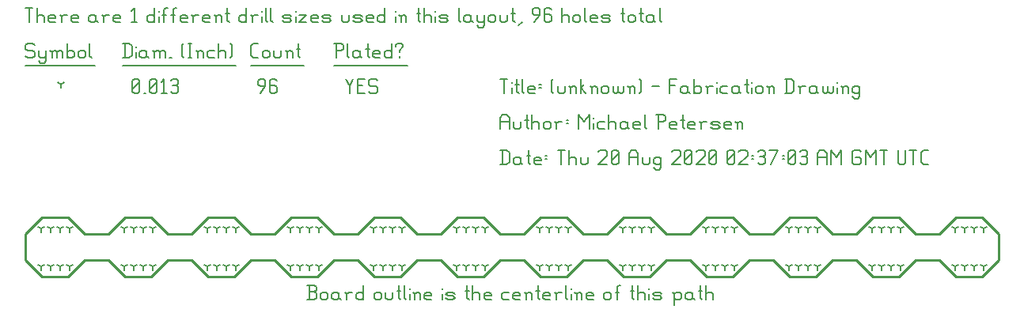
<source format=gbr>
G04 start of page 12 for group -3984 idx -3984 *
G04 Title: (unknown), fab *
G04 Creator: pcb 20140316 *
G04 CreationDate: Thu 20 Aug 2020 02:37:03 AM GMT UTC *
G04 For: railfan *
G04 Format: Gerber/RS-274X *
G04 PCB-Dimensions (mil): 4100.00 250.00 *
G04 PCB-Coordinate-Origin: lower left *
%MOIN*%
%FSLAX25Y25*%
%LNFAB*%
%ADD32C,0.0100*%
%ADD31C,0.0075*%
%ADD30C,0.0060*%
%ADD29C,0.0080*%
G54D29*X6500Y20500D02*Y18900D01*
Y20500D02*X7887Y21300D01*
X6500Y20500D02*X5113Y21300D01*
X10500Y20500D02*Y18900D01*
Y20500D02*X11887Y21300D01*
X10500Y20500D02*X9113Y21300D01*
X14500Y20500D02*Y18900D01*
Y20500D02*X15887Y21300D01*
X14500Y20500D02*X13113Y21300D01*
X18500Y20500D02*Y18900D01*
Y20500D02*X19887Y21300D01*
X18500Y20500D02*X17113Y21300D01*
X6500Y4500D02*Y2900D01*
Y4500D02*X7887Y5300D01*
X6500Y4500D02*X5113Y5300D01*
X10500Y4500D02*Y2900D01*
Y4500D02*X11887Y5300D01*
X10500Y4500D02*X9113Y5300D01*
X14500Y4500D02*Y2900D01*
Y4500D02*X15887Y5300D01*
X14500Y4500D02*X13113Y5300D01*
X18500Y4500D02*Y2900D01*
Y4500D02*X19887Y5300D01*
X18500Y4500D02*X17113Y5300D01*
X41500Y20500D02*Y18900D01*
Y20500D02*X42887Y21300D01*
X41500Y20500D02*X40113Y21300D01*
X45500Y20500D02*Y18900D01*
Y20500D02*X46887Y21300D01*
X45500Y20500D02*X44113Y21300D01*
X49500Y20500D02*Y18900D01*
Y20500D02*X50887Y21300D01*
X49500Y20500D02*X48113Y21300D01*
X53500Y20500D02*Y18900D01*
Y20500D02*X54887Y21300D01*
X53500Y20500D02*X52113Y21300D01*
X41500Y4500D02*Y2900D01*
Y4500D02*X42887Y5300D01*
X41500Y4500D02*X40113Y5300D01*
X45500Y4500D02*Y2900D01*
Y4500D02*X46887Y5300D01*
X45500Y4500D02*X44113Y5300D01*
X49500Y4500D02*Y2900D01*
Y4500D02*X50887Y5300D01*
X49500Y4500D02*X48113Y5300D01*
X53500Y4500D02*Y2900D01*
Y4500D02*X54887Y5300D01*
X53500Y4500D02*X52113Y5300D01*
X76500Y20500D02*Y18900D01*
Y20500D02*X77887Y21300D01*
X76500Y20500D02*X75113Y21300D01*
X80500Y20500D02*Y18900D01*
Y20500D02*X81887Y21300D01*
X80500Y20500D02*X79113Y21300D01*
X84500Y20500D02*Y18900D01*
Y20500D02*X85887Y21300D01*
X84500Y20500D02*X83113Y21300D01*
X88500Y20500D02*Y18900D01*
Y20500D02*X89887Y21300D01*
X88500Y20500D02*X87113Y21300D01*
X76500Y4500D02*Y2900D01*
Y4500D02*X77887Y5300D01*
X76500Y4500D02*X75113Y5300D01*
X80500Y4500D02*Y2900D01*
Y4500D02*X81887Y5300D01*
X80500Y4500D02*X79113Y5300D01*
X84500Y4500D02*Y2900D01*
Y4500D02*X85887Y5300D01*
X84500Y4500D02*X83113Y5300D01*
X88500Y4500D02*Y2900D01*
Y4500D02*X89887Y5300D01*
X88500Y4500D02*X87113Y5300D01*
X111500Y20500D02*Y18900D01*
Y20500D02*X112887Y21300D01*
X111500Y20500D02*X110113Y21300D01*
X115500Y20500D02*Y18900D01*
Y20500D02*X116887Y21300D01*
X115500Y20500D02*X114113Y21300D01*
X119500Y20500D02*Y18900D01*
Y20500D02*X120887Y21300D01*
X119500Y20500D02*X118113Y21300D01*
X123500Y20500D02*Y18900D01*
Y20500D02*X124887Y21300D01*
X123500Y20500D02*X122113Y21300D01*
X111500Y4500D02*Y2900D01*
Y4500D02*X112887Y5300D01*
X111500Y4500D02*X110113Y5300D01*
X115500Y4500D02*Y2900D01*
Y4500D02*X116887Y5300D01*
X115500Y4500D02*X114113Y5300D01*
X119500Y4500D02*Y2900D01*
Y4500D02*X120887Y5300D01*
X119500Y4500D02*X118113Y5300D01*
X123500Y4500D02*Y2900D01*
Y4500D02*X124887Y5300D01*
X123500Y4500D02*X122113Y5300D01*
X146500Y20500D02*Y18900D01*
Y20500D02*X147887Y21300D01*
X146500Y20500D02*X145113Y21300D01*
X150500Y20500D02*Y18900D01*
Y20500D02*X151887Y21300D01*
X150500Y20500D02*X149113Y21300D01*
X154500Y20500D02*Y18900D01*
Y20500D02*X155887Y21300D01*
X154500Y20500D02*X153113Y21300D01*
X158500Y20500D02*Y18900D01*
Y20500D02*X159887Y21300D01*
X158500Y20500D02*X157113Y21300D01*
X146500Y4500D02*Y2900D01*
Y4500D02*X147887Y5300D01*
X146500Y4500D02*X145113Y5300D01*
X150500Y4500D02*Y2900D01*
Y4500D02*X151887Y5300D01*
X150500Y4500D02*X149113Y5300D01*
X154500Y4500D02*Y2900D01*
Y4500D02*X155887Y5300D01*
X154500Y4500D02*X153113Y5300D01*
X158500Y4500D02*Y2900D01*
Y4500D02*X159887Y5300D01*
X158500Y4500D02*X157113Y5300D01*
X181500Y20500D02*Y18900D01*
Y20500D02*X182887Y21300D01*
X181500Y20500D02*X180113Y21300D01*
X185500Y20500D02*Y18900D01*
Y20500D02*X186887Y21300D01*
X185500Y20500D02*X184113Y21300D01*
X189500Y20500D02*Y18900D01*
Y20500D02*X190887Y21300D01*
X189500Y20500D02*X188113Y21300D01*
X193500Y20500D02*Y18900D01*
Y20500D02*X194887Y21300D01*
X193500Y20500D02*X192113Y21300D01*
X181500Y4500D02*Y2900D01*
Y4500D02*X182887Y5300D01*
X181500Y4500D02*X180113Y5300D01*
X185500Y4500D02*Y2900D01*
Y4500D02*X186887Y5300D01*
X185500Y4500D02*X184113Y5300D01*
X189500Y4500D02*Y2900D01*
Y4500D02*X190887Y5300D01*
X189500Y4500D02*X188113Y5300D01*
X193500Y4500D02*Y2900D01*
Y4500D02*X194887Y5300D01*
X193500Y4500D02*X192113Y5300D01*
X216500Y20500D02*Y18900D01*
Y20500D02*X217887Y21300D01*
X216500Y20500D02*X215113Y21300D01*
X220500Y20500D02*Y18900D01*
Y20500D02*X221887Y21300D01*
X220500Y20500D02*X219113Y21300D01*
X224500Y20500D02*Y18900D01*
Y20500D02*X225887Y21300D01*
X224500Y20500D02*X223113Y21300D01*
X228500Y20500D02*Y18900D01*
Y20500D02*X229887Y21300D01*
X228500Y20500D02*X227113Y21300D01*
X216500Y4500D02*Y2900D01*
Y4500D02*X217887Y5300D01*
X216500Y4500D02*X215113Y5300D01*
X220500Y4500D02*Y2900D01*
Y4500D02*X221887Y5300D01*
X220500Y4500D02*X219113Y5300D01*
X224500Y4500D02*Y2900D01*
Y4500D02*X225887Y5300D01*
X224500Y4500D02*X223113Y5300D01*
X228500Y4500D02*Y2900D01*
Y4500D02*X229887Y5300D01*
X228500Y4500D02*X227113Y5300D01*
X251500Y20500D02*Y18900D01*
Y20500D02*X252887Y21300D01*
X251500Y20500D02*X250113Y21300D01*
X255500Y20500D02*Y18900D01*
Y20500D02*X256887Y21300D01*
X255500Y20500D02*X254113Y21300D01*
X259500Y20500D02*Y18900D01*
Y20500D02*X260887Y21300D01*
X259500Y20500D02*X258113Y21300D01*
X263500Y20500D02*Y18900D01*
Y20500D02*X264887Y21300D01*
X263500Y20500D02*X262113Y21300D01*
X251500Y4500D02*Y2900D01*
Y4500D02*X252887Y5300D01*
X251500Y4500D02*X250113Y5300D01*
X255500Y4500D02*Y2900D01*
Y4500D02*X256887Y5300D01*
X255500Y4500D02*X254113Y5300D01*
X259500Y4500D02*Y2900D01*
Y4500D02*X260887Y5300D01*
X259500Y4500D02*X258113Y5300D01*
X263500Y4500D02*Y2900D01*
Y4500D02*X264887Y5300D01*
X263500Y4500D02*X262113Y5300D01*
X286500Y20500D02*Y18900D01*
Y20500D02*X287887Y21300D01*
X286500Y20500D02*X285113Y21300D01*
X290500Y20500D02*Y18900D01*
Y20500D02*X291887Y21300D01*
X290500Y20500D02*X289113Y21300D01*
X294500Y20500D02*Y18900D01*
Y20500D02*X295887Y21300D01*
X294500Y20500D02*X293113Y21300D01*
X298500Y20500D02*Y18900D01*
Y20500D02*X299887Y21300D01*
X298500Y20500D02*X297113Y21300D01*
X286500Y4500D02*Y2900D01*
Y4500D02*X287887Y5300D01*
X286500Y4500D02*X285113Y5300D01*
X290500Y4500D02*Y2900D01*
Y4500D02*X291887Y5300D01*
X290500Y4500D02*X289113Y5300D01*
X294500Y4500D02*Y2900D01*
Y4500D02*X295887Y5300D01*
X294500Y4500D02*X293113Y5300D01*
X298500Y4500D02*Y2900D01*
Y4500D02*X299887Y5300D01*
X298500Y4500D02*X297113Y5300D01*
X321500Y20500D02*Y18900D01*
Y20500D02*X322887Y21300D01*
X321500Y20500D02*X320113Y21300D01*
X325500Y20500D02*Y18900D01*
Y20500D02*X326887Y21300D01*
X325500Y20500D02*X324113Y21300D01*
X329500Y20500D02*Y18900D01*
Y20500D02*X330887Y21300D01*
X329500Y20500D02*X328113Y21300D01*
X333500Y20500D02*Y18900D01*
Y20500D02*X334887Y21300D01*
X333500Y20500D02*X332113Y21300D01*
X321500Y4500D02*Y2900D01*
Y4500D02*X322887Y5300D01*
X321500Y4500D02*X320113Y5300D01*
X325500Y4500D02*Y2900D01*
Y4500D02*X326887Y5300D01*
X325500Y4500D02*X324113Y5300D01*
X329500Y4500D02*Y2900D01*
Y4500D02*X330887Y5300D01*
X329500Y4500D02*X328113Y5300D01*
X333500Y4500D02*Y2900D01*
Y4500D02*X334887Y5300D01*
X333500Y4500D02*X332113Y5300D01*
X356500Y20500D02*Y18900D01*
Y20500D02*X357887Y21300D01*
X356500Y20500D02*X355113Y21300D01*
X360500Y20500D02*Y18900D01*
Y20500D02*X361887Y21300D01*
X360500Y20500D02*X359113Y21300D01*
X364500Y20500D02*Y18900D01*
Y20500D02*X365887Y21300D01*
X364500Y20500D02*X363113Y21300D01*
X368500Y20500D02*Y18900D01*
Y20500D02*X369887Y21300D01*
X368500Y20500D02*X367113Y21300D01*
X356500Y4500D02*Y2900D01*
Y4500D02*X357887Y5300D01*
X356500Y4500D02*X355113Y5300D01*
X360500Y4500D02*Y2900D01*
Y4500D02*X361887Y5300D01*
X360500Y4500D02*X359113Y5300D01*
X364500Y4500D02*Y2900D01*
Y4500D02*X365887Y5300D01*
X364500Y4500D02*X363113Y5300D01*
X368500Y4500D02*Y2900D01*
Y4500D02*X369887Y5300D01*
X368500Y4500D02*X367113Y5300D01*
X391500Y20500D02*Y18900D01*
Y20500D02*X392887Y21300D01*
X391500Y20500D02*X390113Y21300D01*
X395500Y20500D02*Y18900D01*
Y20500D02*X396887Y21300D01*
X395500Y20500D02*X394113Y21300D01*
X399500Y20500D02*Y18900D01*
Y20500D02*X400887Y21300D01*
X399500Y20500D02*X398113Y21300D01*
X403500Y20500D02*Y18900D01*
Y20500D02*X404887Y21300D01*
X403500Y20500D02*X402113Y21300D01*
X391500Y4500D02*Y2900D01*
Y4500D02*X392887Y5300D01*
X391500Y4500D02*X390113Y5300D01*
X395500Y4500D02*Y2900D01*
Y4500D02*X396887Y5300D01*
X395500Y4500D02*X394113Y5300D01*
X399500Y4500D02*Y2900D01*
Y4500D02*X400887Y5300D01*
X399500Y4500D02*X398113Y5300D01*
X403500Y4500D02*Y2900D01*
Y4500D02*X404887Y5300D01*
X403500Y4500D02*X402113Y5300D01*
X15000Y81250D02*Y79650D01*
Y81250D02*X16387Y82050D01*
X15000Y81250D02*X13613Y82050D01*
G54D30*X135000Y83500D02*X136500Y80500D01*
X138000Y83500D01*
X136500Y80500D02*Y77500D01*
X139800Y80800D02*X142050D01*
X139800Y77500D02*X142800D01*
X139800Y83500D02*Y77500D01*
Y83500D02*X142800D01*
X147600D02*X148350Y82750D01*
X145350Y83500D02*X147600D01*
X144600Y82750D02*X145350Y83500D01*
X144600Y82750D02*Y81250D01*
X145350Y80500D01*
X147600D01*
X148350Y79750D01*
Y78250D01*
X147600Y77500D02*X148350Y78250D01*
X145350Y77500D02*X147600D01*
X144600Y78250D02*X145350Y77500D01*
X98750D02*X101000Y80500D01*
Y82750D02*Y80500D01*
X100250Y83500D02*X101000Y82750D01*
X98750Y83500D02*X100250D01*
X98000Y82750D02*X98750Y83500D01*
X98000Y82750D02*Y81250D01*
X98750Y80500D01*
X101000D01*
X105050Y83500D02*X105800Y82750D01*
X103550Y83500D02*X105050D01*
X102800Y82750D02*X103550Y83500D01*
X102800Y82750D02*Y78250D01*
X103550Y77500D01*
X105050Y80800D02*X105800Y80050D01*
X102800Y80800D02*X105050D01*
X103550Y77500D02*X105050D01*
X105800Y78250D01*
Y80050D02*Y78250D01*
X45000D02*X45750Y77500D01*
X45000Y82750D02*Y78250D01*
Y82750D02*X45750Y83500D01*
X47250D01*
X48000Y82750D01*
Y78250D01*
X47250Y77500D02*X48000Y78250D01*
X45750Y77500D02*X47250D01*
X45000Y79000D02*X48000Y82000D01*
X49800Y77500D02*X50550D01*
X52350Y78250D02*X53100Y77500D01*
X52350Y82750D02*Y78250D01*
Y82750D02*X53100Y83500D01*
X54600D01*
X55350Y82750D01*
Y78250D01*
X54600Y77500D02*X55350Y78250D01*
X53100Y77500D02*X54600D01*
X52350Y79000D02*X55350Y82000D01*
X57150Y82300D02*X58350Y83500D01*
Y77500D01*
X57150D02*X59400D01*
X61200Y82750D02*X61950Y83500D01*
X63450D01*
X64200Y82750D01*
X63450Y77500D02*X64200Y78250D01*
X61950Y77500D02*X63450D01*
X61200Y78250D02*X61950Y77500D01*
Y80800D02*X63450D01*
X64200Y82750D02*Y81550D01*
Y80050D02*Y78250D01*
Y80050D02*X63450Y80800D01*
X64200Y81550D02*X63450Y80800D01*
X3000Y98500D02*X3750Y97750D01*
X750Y98500D02*X3000D01*
X0Y97750D02*X750Y98500D01*
X0Y97750D02*Y96250D01*
X750Y95500D01*
X3000D01*
X3750Y94750D01*
Y93250D01*
X3000Y92500D02*X3750Y93250D01*
X750Y92500D02*X3000D01*
X0Y93250D02*X750Y92500D01*
X5550Y95500D02*Y93250D01*
X6300Y92500D01*
X8550Y95500D02*Y91000D01*
X7800Y90250D02*X8550Y91000D01*
X6300Y90250D02*X7800D01*
X5550Y91000D02*X6300Y90250D01*
Y92500D02*X7800D01*
X8550Y93250D01*
X11100Y94750D02*Y92500D01*
Y94750D02*X11850Y95500D01*
X12600D01*
X13350Y94750D01*
Y92500D01*
Y94750D02*X14100Y95500D01*
X14850D01*
X15600Y94750D01*
Y92500D01*
X10350Y95500D02*X11100Y94750D01*
X17400Y98500D02*Y92500D01*
Y93250D02*X18150Y92500D01*
X19650D01*
X20400Y93250D01*
Y94750D02*Y93250D01*
X19650Y95500D02*X20400Y94750D01*
X18150Y95500D02*X19650D01*
X17400Y94750D02*X18150Y95500D01*
X22200Y94750D02*Y93250D01*
Y94750D02*X22950Y95500D01*
X24450D01*
X25200Y94750D01*
Y93250D01*
X24450Y92500D02*X25200Y93250D01*
X22950Y92500D02*X24450D01*
X22200Y93250D02*X22950Y92500D01*
X27000Y98500D02*Y93250D01*
X27750Y92500D01*
X0Y89250D02*X29250D01*
X41750Y98500D02*Y92500D01*
X43700Y98500D02*X44750Y97450D01*
Y93550D01*
X43700Y92500D02*X44750Y93550D01*
X41000Y92500D02*X43700D01*
X41000Y98500D02*X43700D01*
G54D31*X46550Y97000D02*Y96850D01*
G54D30*Y94750D02*Y92500D01*
X50300Y95500D02*X51050Y94750D01*
X48800Y95500D02*X50300D01*
X48050Y94750D02*X48800Y95500D01*
X48050Y94750D02*Y93250D01*
X48800Y92500D01*
X51050Y95500D02*Y93250D01*
X51800Y92500D01*
X48800D02*X50300D01*
X51050Y93250D01*
X54350Y94750D02*Y92500D01*
Y94750D02*X55100Y95500D01*
X55850D01*
X56600Y94750D01*
Y92500D01*
Y94750D02*X57350Y95500D01*
X58100D01*
X58850Y94750D01*
Y92500D01*
X53600Y95500D02*X54350Y94750D01*
X60650Y92500D02*X61400D01*
X65900Y93250D02*X66650Y92500D01*
X65900Y97750D02*X66650Y98500D01*
X65900Y97750D02*Y93250D01*
X68450Y98500D02*X69950D01*
X69200D02*Y92500D01*
X68450D02*X69950D01*
X72500Y94750D02*Y92500D01*
Y94750D02*X73250Y95500D01*
X74000D01*
X74750Y94750D01*
Y92500D01*
X71750Y95500D02*X72500Y94750D01*
X77300Y95500D02*X79550D01*
X76550Y94750D02*X77300Y95500D01*
X76550Y94750D02*Y93250D01*
X77300Y92500D01*
X79550D01*
X81350Y98500D02*Y92500D01*
Y94750D02*X82100Y95500D01*
X83600D01*
X84350Y94750D01*
Y92500D01*
X86150Y98500D02*X86900Y97750D01*
Y93250D01*
X86150Y92500D02*X86900Y93250D01*
X41000Y89250D02*X88700D01*
X96050Y92500D02*X98000D01*
X95000Y93550D02*X96050Y92500D01*
X95000Y97450D02*Y93550D01*
Y97450D02*X96050Y98500D01*
X98000D01*
X99800Y94750D02*Y93250D01*
Y94750D02*X100550Y95500D01*
X102050D01*
X102800Y94750D01*
Y93250D01*
X102050Y92500D02*X102800Y93250D01*
X100550Y92500D02*X102050D01*
X99800Y93250D02*X100550Y92500D01*
X104600Y95500D02*Y93250D01*
X105350Y92500D01*
X106850D01*
X107600Y93250D01*
Y95500D02*Y93250D01*
X110150Y94750D02*Y92500D01*
Y94750D02*X110900Y95500D01*
X111650D01*
X112400Y94750D01*
Y92500D01*
X109400Y95500D02*X110150Y94750D01*
X114950Y98500D02*Y93250D01*
X115700Y92500D01*
X114200Y96250D02*X115700D01*
X95000Y89250D02*X117200D01*
X130750Y98500D02*Y92500D01*
X130000Y98500D02*X133000D01*
X133750Y97750D01*
Y96250D01*
X133000Y95500D02*X133750Y96250D01*
X130750Y95500D02*X133000D01*
X135550Y98500D02*Y93250D01*
X136300Y92500D01*
X140050Y95500D02*X140800Y94750D01*
X138550Y95500D02*X140050D01*
X137800Y94750D02*X138550Y95500D01*
X137800Y94750D02*Y93250D01*
X138550Y92500D01*
X140800Y95500D02*Y93250D01*
X141550Y92500D01*
X138550D02*X140050D01*
X140800Y93250D01*
X144100Y98500D02*Y93250D01*
X144850Y92500D01*
X143350Y96250D02*X144850D01*
X147100Y92500D02*X149350D01*
X146350Y93250D02*X147100Y92500D01*
X146350Y94750D02*Y93250D01*
Y94750D02*X147100Y95500D01*
X148600D01*
X149350Y94750D01*
X146350Y94000D02*X149350D01*
Y94750D02*Y94000D01*
X154150Y98500D02*Y92500D01*
X153400D02*X154150Y93250D01*
X151900Y92500D02*X153400D01*
X151150Y93250D02*X151900Y92500D01*
X151150Y94750D02*Y93250D01*
Y94750D02*X151900Y95500D01*
X153400D01*
X154150Y94750D01*
X157450Y95500D02*Y94750D01*
Y93250D02*Y92500D01*
X155950Y97750D02*Y97000D01*
Y97750D02*X156700Y98500D01*
X158200D01*
X158950Y97750D01*
Y97000D01*
X157450Y95500D02*X158950Y97000D01*
X130000Y89250D02*X160750D01*
X0Y113500D02*X3000D01*
X1500D02*Y107500D01*
X4800Y113500D02*Y107500D01*
Y109750D02*X5550Y110500D01*
X7050D01*
X7800Y109750D01*
Y107500D01*
X10350D02*X12600D01*
X9600Y108250D02*X10350Y107500D01*
X9600Y109750D02*Y108250D01*
Y109750D02*X10350Y110500D01*
X11850D01*
X12600Y109750D01*
X9600Y109000D02*X12600D01*
Y109750D02*Y109000D01*
X15150Y109750D02*Y107500D01*
Y109750D02*X15900Y110500D01*
X17400D01*
X14400D02*X15150Y109750D01*
X19950Y107500D02*X22200D01*
X19200Y108250D02*X19950Y107500D01*
X19200Y109750D02*Y108250D01*
Y109750D02*X19950Y110500D01*
X21450D01*
X22200Y109750D01*
X19200Y109000D02*X22200D01*
Y109750D02*Y109000D01*
X28950Y110500D02*X29700Y109750D01*
X27450Y110500D02*X28950D01*
X26700Y109750D02*X27450Y110500D01*
X26700Y109750D02*Y108250D01*
X27450Y107500D01*
X29700Y110500D02*Y108250D01*
X30450Y107500D01*
X27450D02*X28950D01*
X29700Y108250D01*
X33000Y109750D02*Y107500D01*
Y109750D02*X33750Y110500D01*
X35250D01*
X32250D02*X33000Y109750D01*
X37800Y107500D02*X40050D01*
X37050Y108250D02*X37800Y107500D01*
X37050Y109750D02*Y108250D01*
Y109750D02*X37800Y110500D01*
X39300D01*
X40050Y109750D01*
X37050Y109000D02*X40050D01*
Y109750D02*Y109000D01*
X44550Y112300D02*X45750Y113500D01*
Y107500D01*
X44550D02*X46800D01*
X54300Y113500D02*Y107500D01*
X53550D02*X54300Y108250D01*
X52050Y107500D02*X53550D01*
X51300Y108250D02*X52050Y107500D01*
X51300Y109750D02*Y108250D01*
Y109750D02*X52050Y110500D01*
X53550D01*
X54300Y109750D01*
G54D31*X56100Y112000D02*Y111850D01*
G54D30*Y109750D02*Y107500D01*
X58350Y112750D02*Y107500D01*
Y112750D02*X59100Y113500D01*
X59850D01*
X57600Y110500D02*X59100D01*
X62100Y112750D02*Y107500D01*
Y112750D02*X62850Y113500D01*
X63600D01*
X61350Y110500D02*X62850D01*
X65850Y107500D02*X68100D01*
X65100Y108250D02*X65850Y107500D01*
X65100Y109750D02*Y108250D01*
Y109750D02*X65850Y110500D01*
X67350D01*
X68100Y109750D01*
X65100Y109000D02*X68100D01*
Y109750D02*Y109000D01*
X70650Y109750D02*Y107500D01*
Y109750D02*X71400Y110500D01*
X72900D01*
X69900D02*X70650Y109750D01*
X75450Y107500D02*X77700D01*
X74700Y108250D02*X75450Y107500D01*
X74700Y109750D02*Y108250D01*
Y109750D02*X75450Y110500D01*
X76950D01*
X77700Y109750D01*
X74700Y109000D02*X77700D01*
Y109750D02*Y109000D01*
X80250Y109750D02*Y107500D01*
Y109750D02*X81000Y110500D01*
X81750D01*
X82500Y109750D01*
Y107500D01*
X79500Y110500D02*X80250Y109750D01*
X85050Y113500D02*Y108250D01*
X85800Y107500D01*
X84300Y111250D02*X85800D01*
X93000Y113500D02*Y107500D01*
X92250D02*X93000Y108250D01*
X90750Y107500D02*X92250D01*
X90000Y108250D02*X90750Y107500D01*
X90000Y109750D02*Y108250D01*
Y109750D02*X90750Y110500D01*
X92250D01*
X93000Y109750D01*
X95550D02*Y107500D01*
Y109750D02*X96300Y110500D01*
X97800D01*
X94800D02*X95550Y109750D01*
G54D31*X99600Y112000D02*Y111850D01*
G54D30*Y109750D02*Y107500D01*
X101100Y113500D02*Y108250D01*
X101850Y107500D01*
X103350Y113500D02*Y108250D01*
X104100Y107500D01*
X109050D02*X111300D01*
X112050Y108250D01*
X111300Y109000D02*X112050Y108250D01*
X109050Y109000D02*X111300D01*
X108300Y109750D02*X109050Y109000D01*
X108300Y109750D02*X109050Y110500D01*
X111300D01*
X112050Y109750D01*
X108300Y108250D02*X109050Y107500D01*
G54D31*X113850Y112000D02*Y111850D01*
G54D30*Y109750D02*Y107500D01*
X115350Y110500D02*X118350D01*
X115350Y107500D02*X118350Y110500D01*
X115350Y107500D02*X118350D01*
X120900D02*X123150D01*
X120150Y108250D02*X120900Y107500D01*
X120150Y109750D02*Y108250D01*
Y109750D02*X120900Y110500D01*
X122400D01*
X123150Y109750D01*
X120150Y109000D02*X123150D01*
Y109750D02*Y109000D01*
X125700Y107500D02*X127950D01*
X128700Y108250D01*
X127950Y109000D02*X128700Y108250D01*
X125700Y109000D02*X127950D01*
X124950Y109750D02*X125700Y109000D01*
X124950Y109750D02*X125700Y110500D01*
X127950D01*
X128700Y109750D01*
X124950Y108250D02*X125700Y107500D01*
X133200Y110500D02*Y108250D01*
X133950Y107500D01*
X135450D01*
X136200Y108250D01*
Y110500D02*Y108250D01*
X138750Y107500D02*X141000D01*
X141750Y108250D01*
X141000Y109000D02*X141750Y108250D01*
X138750Y109000D02*X141000D01*
X138000Y109750D02*X138750Y109000D01*
X138000Y109750D02*X138750Y110500D01*
X141000D01*
X141750Y109750D01*
X138000Y108250D02*X138750Y107500D01*
X144300D02*X146550D01*
X143550Y108250D02*X144300Y107500D01*
X143550Y109750D02*Y108250D01*
Y109750D02*X144300Y110500D01*
X145800D01*
X146550Y109750D01*
X143550Y109000D02*X146550D01*
Y109750D02*Y109000D01*
X151350Y113500D02*Y107500D01*
X150600D02*X151350Y108250D01*
X149100Y107500D02*X150600D01*
X148350Y108250D02*X149100Y107500D01*
X148350Y109750D02*Y108250D01*
Y109750D02*X149100Y110500D01*
X150600D01*
X151350Y109750D01*
G54D31*X155850Y112000D02*Y111850D01*
G54D30*Y109750D02*Y107500D01*
X158100Y109750D02*Y107500D01*
Y109750D02*X158850Y110500D01*
X159600D01*
X160350Y109750D01*
Y107500D01*
X157350Y110500D02*X158100Y109750D01*
X165600Y113500D02*Y108250D01*
X166350Y107500D01*
X164850Y111250D02*X166350D01*
X167850Y113500D02*Y107500D01*
Y109750D02*X168600Y110500D01*
X170100D01*
X170850Y109750D01*
Y107500D01*
G54D31*X172650Y112000D02*Y111850D01*
G54D30*Y109750D02*Y107500D01*
X174900D02*X177150D01*
X177900Y108250D01*
X177150Y109000D02*X177900Y108250D01*
X174900Y109000D02*X177150D01*
X174150Y109750D02*X174900Y109000D01*
X174150Y109750D02*X174900Y110500D01*
X177150D01*
X177900Y109750D01*
X174150Y108250D02*X174900Y107500D01*
X182400Y113500D02*Y108250D01*
X183150Y107500D01*
X186900Y110500D02*X187650Y109750D01*
X185400Y110500D02*X186900D01*
X184650Y109750D02*X185400Y110500D01*
X184650Y109750D02*Y108250D01*
X185400Y107500D01*
X187650Y110500D02*Y108250D01*
X188400Y107500D01*
X185400D02*X186900D01*
X187650Y108250D01*
X190200Y110500D02*Y108250D01*
X190950Y107500D01*
X193200Y110500D02*Y106000D01*
X192450Y105250D02*X193200Y106000D01*
X190950Y105250D02*X192450D01*
X190200Y106000D02*X190950Y105250D01*
Y107500D02*X192450D01*
X193200Y108250D01*
X195000Y109750D02*Y108250D01*
Y109750D02*X195750Y110500D01*
X197250D01*
X198000Y109750D01*
Y108250D01*
X197250Y107500D02*X198000Y108250D01*
X195750Y107500D02*X197250D01*
X195000Y108250D02*X195750Y107500D01*
X199800Y110500D02*Y108250D01*
X200550Y107500D01*
X202050D01*
X202800Y108250D01*
Y110500D02*Y108250D01*
X205350Y113500D02*Y108250D01*
X206100Y107500D01*
X204600Y111250D02*X206100D01*
X207600Y106000D02*X209100Y107500D01*
X214350D02*X216600Y110500D01*
Y112750D02*Y110500D01*
X215850Y113500D02*X216600Y112750D01*
X214350Y113500D02*X215850D01*
X213600Y112750D02*X214350Y113500D01*
X213600Y112750D02*Y111250D01*
X214350Y110500D01*
X216600D01*
X220650Y113500D02*X221400Y112750D01*
X219150Y113500D02*X220650D01*
X218400Y112750D02*X219150Y113500D01*
X218400Y112750D02*Y108250D01*
X219150Y107500D01*
X220650Y110800D02*X221400Y110050D01*
X218400Y110800D02*X220650D01*
X219150Y107500D02*X220650D01*
X221400Y108250D01*
Y110050D02*Y108250D01*
X225900Y113500D02*Y107500D01*
Y109750D02*X226650Y110500D01*
X228150D01*
X228900Y109750D01*
Y107500D01*
X230700Y109750D02*Y108250D01*
Y109750D02*X231450Y110500D01*
X232950D01*
X233700Y109750D01*
Y108250D01*
X232950Y107500D02*X233700Y108250D01*
X231450Y107500D02*X232950D01*
X230700Y108250D02*X231450Y107500D01*
X235500Y113500D02*Y108250D01*
X236250Y107500D01*
X238500D02*X240750D01*
X237750Y108250D02*X238500Y107500D01*
X237750Y109750D02*Y108250D01*
Y109750D02*X238500Y110500D01*
X240000D01*
X240750Y109750D01*
X237750Y109000D02*X240750D01*
Y109750D02*Y109000D01*
X243300Y107500D02*X245550D01*
X246300Y108250D01*
X245550Y109000D02*X246300Y108250D01*
X243300Y109000D02*X245550D01*
X242550Y109750D02*X243300Y109000D01*
X242550Y109750D02*X243300Y110500D01*
X245550D01*
X246300Y109750D01*
X242550Y108250D02*X243300Y107500D01*
X251550Y113500D02*Y108250D01*
X252300Y107500D01*
X250800Y111250D02*X252300D01*
X253800Y109750D02*Y108250D01*
Y109750D02*X254550Y110500D01*
X256050D01*
X256800Y109750D01*
Y108250D01*
X256050Y107500D02*X256800Y108250D01*
X254550Y107500D02*X256050D01*
X253800Y108250D02*X254550Y107500D01*
X259350Y113500D02*Y108250D01*
X260100Y107500D01*
X258600Y111250D02*X260100D01*
X263850Y110500D02*X264600Y109750D01*
X262350Y110500D02*X263850D01*
X261600Y109750D02*X262350Y110500D01*
X261600Y109750D02*Y108250D01*
X262350Y107500D01*
X264600Y110500D02*Y108250D01*
X265350Y107500D01*
X262350D02*X263850D01*
X264600Y108250D01*
X267150Y113500D02*Y108250D01*
X267900Y107500D01*
G54D32*X0Y18000D02*X7000Y25000D01*
X18000D01*
X25000Y18000D01*
Y7000D02*X18000Y0D01*
X7000D01*
X0Y7000D02*Y18000D01*
X7000Y0D02*X0Y7000D01*
X25000Y18000D02*X35000D01*
X42000Y25000D01*
X53000D01*
X60000Y18000D01*
X70000D01*
X77000Y25000D01*
X88000D01*
X95000Y18000D01*
X105000D01*
X112000Y25000D01*
X123000D01*
X130000Y18000D01*
X140000D01*
X147000Y25000D01*
X158000D01*
X165000Y18000D01*
X175000D01*
X182000Y25000D01*
X193000D01*
X200000Y18000D01*
X210000D01*
X217000Y25000D01*
X228000D01*
X235000Y18000D01*
X245000D01*
X252000Y25000D01*
X263000D01*
X270000Y18000D01*
X280000D01*
X287000Y25000D01*
X298000D01*
X305000Y18000D01*
X315000D01*
X322000Y25000D01*
X333000D01*
X340000Y18000D01*
Y7000D02*X333000Y0D01*
X322000D01*
X315000Y7000D01*
X305000D01*
X298000Y0D01*
X287000D01*
X280000Y7000D01*
X270000D01*
X263000Y0D01*
X252000D01*
X245000Y7000D01*
X235000D01*
X228000Y0D01*
X217000D01*
X210000Y7000D01*
X200000D01*
X193000Y0D01*
X182000D01*
X175000Y7000D01*
X165000D01*
X158000Y0D01*
X147000D01*
X140000Y7000D01*
X130000D01*
X123000Y0D01*
X112000D01*
X105000Y7000D01*
X95000D01*
X88000Y0D01*
X77000D01*
X70000Y7000D01*
X60000D01*
X53000Y0D01*
X42000D01*
X35000Y7000D01*
X25000D01*
X340000Y18000D02*X350000D01*
Y7000D02*X340000D01*
X375000Y18000D02*X385000D01*
Y7000D02*X375000D01*
X350000Y18000D02*X357000Y25000D01*
X375000Y18000D02*X368000Y25000D01*
X357000D01*
X350000Y7000D02*X357000Y0D01*
X375000Y7000D02*X368000Y0D01*
X357000D01*
X410000Y7000D02*X403000Y0D01*
X385000Y7000D02*X392000Y0D01*
X403000D01*
X410000Y18000D02*X403000Y25000D01*
X385000Y18000D02*X392000Y25000D01*
X403000D01*
X410000Y18000D02*Y7000D01*
G54D30*X118675Y-9500D02*X121675D01*
X122425Y-8750D01*
Y-6950D02*Y-8750D01*
X121675Y-6200D02*X122425Y-6950D01*
X119425Y-6200D02*X121675D01*
X119425Y-3500D02*Y-9500D01*
X118675Y-3500D02*X121675D01*
X122425Y-4250D01*
Y-5450D01*
X121675Y-6200D02*X122425Y-5450D01*
X124225Y-7250D02*Y-8750D01*
Y-7250D02*X124975Y-6500D01*
X126475D01*
X127225Y-7250D01*
Y-8750D01*
X126475Y-9500D02*X127225Y-8750D01*
X124975Y-9500D02*X126475D01*
X124225Y-8750D02*X124975Y-9500D01*
X131275Y-6500D02*X132025Y-7250D01*
X129775Y-6500D02*X131275D01*
X129025Y-7250D02*X129775Y-6500D01*
X129025Y-7250D02*Y-8750D01*
X129775Y-9500D01*
X132025Y-6500D02*Y-8750D01*
X132775Y-9500D01*
X129775D02*X131275D01*
X132025Y-8750D01*
X135325Y-7250D02*Y-9500D01*
Y-7250D02*X136075Y-6500D01*
X137575D01*
X134575D02*X135325Y-7250D01*
X142375Y-3500D02*Y-9500D01*
X141625D02*X142375Y-8750D01*
X140125Y-9500D02*X141625D01*
X139375Y-8750D02*X140125Y-9500D01*
X139375Y-7250D02*Y-8750D01*
Y-7250D02*X140125Y-6500D01*
X141625D01*
X142375Y-7250D01*
X146875D02*Y-8750D01*
Y-7250D02*X147625Y-6500D01*
X149125D01*
X149875Y-7250D01*
Y-8750D01*
X149125Y-9500D02*X149875Y-8750D01*
X147625Y-9500D02*X149125D01*
X146875Y-8750D02*X147625Y-9500D01*
X151675Y-6500D02*Y-8750D01*
X152425Y-9500D01*
X153925D01*
X154675Y-8750D01*
Y-6500D02*Y-8750D01*
X157225Y-3500D02*Y-8750D01*
X157975Y-9500D01*
X156475Y-5750D02*X157975D01*
X159475Y-3500D02*Y-8750D01*
X160225Y-9500D01*
G54D31*X161725Y-5000D02*Y-5150D01*
G54D30*Y-7250D02*Y-9500D01*
X163975Y-7250D02*Y-9500D01*
Y-7250D02*X164725Y-6500D01*
X165475D01*
X166225Y-7250D01*
Y-9500D01*
X163225Y-6500D02*X163975Y-7250D01*
X168775Y-9500D02*X171025D01*
X168025Y-8750D02*X168775Y-9500D01*
X168025Y-7250D02*Y-8750D01*
Y-7250D02*X168775Y-6500D01*
X170275D01*
X171025Y-7250D01*
X168025Y-8000D02*X171025D01*
Y-7250D02*Y-8000D01*
G54D31*X175525Y-5000D02*Y-5150D01*
G54D30*Y-7250D02*Y-9500D01*
X177775D02*X180025D01*
X180775Y-8750D01*
X180025Y-8000D02*X180775Y-8750D01*
X177775Y-8000D02*X180025D01*
X177025Y-7250D02*X177775Y-8000D01*
X177025Y-7250D02*X177775Y-6500D01*
X180025D01*
X180775Y-7250D01*
X177025Y-8750D02*X177775Y-9500D01*
X186025Y-3500D02*Y-8750D01*
X186775Y-9500D01*
X185275Y-5750D02*X186775D01*
X188275Y-3500D02*Y-9500D01*
Y-7250D02*X189025Y-6500D01*
X190525D01*
X191275Y-7250D01*
Y-9500D01*
X193825D02*X196075D01*
X193075Y-8750D02*X193825Y-9500D01*
X193075Y-7250D02*Y-8750D01*
Y-7250D02*X193825Y-6500D01*
X195325D01*
X196075Y-7250D01*
X193075Y-8000D02*X196075D01*
Y-7250D02*Y-8000D01*
X201325Y-6500D02*X203575D01*
X200575Y-7250D02*X201325Y-6500D01*
X200575Y-7250D02*Y-8750D01*
X201325Y-9500D01*
X203575D01*
X206125D02*X208375D01*
X205375Y-8750D02*X206125Y-9500D01*
X205375Y-7250D02*Y-8750D01*
Y-7250D02*X206125Y-6500D01*
X207625D01*
X208375Y-7250D01*
X205375Y-8000D02*X208375D01*
Y-7250D02*Y-8000D01*
X210925Y-7250D02*Y-9500D01*
Y-7250D02*X211675Y-6500D01*
X212425D01*
X213175Y-7250D01*
Y-9500D01*
X210175Y-6500D02*X210925Y-7250D01*
X215725Y-3500D02*Y-8750D01*
X216475Y-9500D01*
X214975Y-5750D02*X216475D01*
X218725Y-9500D02*X220975D01*
X217975Y-8750D02*X218725Y-9500D01*
X217975Y-7250D02*Y-8750D01*
Y-7250D02*X218725Y-6500D01*
X220225D01*
X220975Y-7250D01*
X217975Y-8000D02*X220975D01*
Y-7250D02*Y-8000D01*
X223525Y-7250D02*Y-9500D01*
Y-7250D02*X224275Y-6500D01*
X225775D01*
X222775D02*X223525Y-7250D01*
X227575Y-3500D02*Y-8750D01*
X228325Y-9500D01*
G54D31*X229825Y-5000D02*Y-5150D01*
G54D30*Y-7250D02*Y-9500D01*
X232075Y-7250D02*Y-9500D01*
Y-7250D02*X232825Y-6500D01*
X233575D01*
X234325Y-7250D01*
Y-9500D01*
X231325Y-6500D02*X232075Y-7250D01*
X236875Y-9500D02*X239125D01*
X236125Y-8750D02*X236875Y-9500D01*
X236125Y-7250D02*Y-8750D01*
Y-7250D02*X236875Y-6500D01*
X238375D01*
X239125Y-7250D01*
X236125Y-8000D02*X239125D01*
Y-7250D02*Y-8000D01*
X243625Y-7250D02*Y-8750D01*
Y-7250D02*X244375Y-6500D01*
X245875D01*
X246625Y-7250D01*
Y-8750D01*
X245875Y-9500D02*X246625Y-8750D01*
X244375Y-9500D02*X245875D01*
X243625Y-8750D02*X244375Y-9500D01*
X249175Y-4250D02*Y-9500D01*
Y-4250D02*X249925Y-3500D01*
X250675D01*
X248425Y-6500D02*X249925D01*
X255625Y-3500D02*Y-8750D01*
X256375Y-9500D01*
X254875Y-5750D02*X256375D01*
X257875Y-3500D02*Y-9500D01*
Y-7250D02*X258625Y-6500D01*
X260125D01*
X260875Y-7250D01*
Y-9500D01*
G54D31*X262675Y-5000D02*Y-5150D01*
G54D30*Y-7250D02*Y-9500D01*
X264925D02*X267175D01*
X267925Y-8750D01*
X267175Y-8000D02*X267925Y-8750D01*
X264925Y-8000D02*X267175D01*
X264175Y-7250D02*X264925Y-8000D01*
X264175Y-7250D02*X264925Y-6500D01*
X267175D01*
X267925Y-7250D01*
X264175Y-8750D02*X264925Y-9500D01*
X273175Y-7250D02*Y-11750D01*
X272425Y-6500D02*X273175Y-7250D01*
X273925Y-6500D01*
X275425D01*
X276175Y-7250D01*
Y-8750D01*
X275425Y-9500D02*X276175Y-8750D01*
X273925Y-9500D02*X275425D01*
X273175Y-8750D02*X273925Y-9500D01*
X280225Y-6500D02*X280975Y-7250D01*
X278725Y-6500D02*X280225D01*
X277975Y-7250D02*X278725Y-6500D01*
X277975Y-7250D02*Y-8750D01*
X278725Y-9500D01*
X280975Y-6500D02*Y-8750D01*
X281725Y-9500D01*
X278725D02*X280225D01*
X280975Y-8750D01*
X284275Y-3500D02*Y-8750D01*
X285025Y-9500D01*
X283525Y-5750D02*X285025D01*
X286525Y-3500D02*Y-9500D01*
Y-7250D02*X287275Y-6500D01*
X288775D01*
X289525Y-7250D01*
Y-9500D01*
X200750Y53500D02*Y47500D01*
X202700Y53500D02*X203750Y52450D01*
Y48550D01*
X202700Y47500D02*X203750Y48550D01*
X200000Y47500D02*X202700D01*
X200000Y53500D02*X202700D01*
X207800Y50500D02*X208550Y49750D01*
X206300Y50500D02*X207800D01*
X205550Y49750D02*X206300Y50500D01*
X205550Y49750D02*Y48250D01*
X206300Y47500D01*
X208550Y50500D02*Y48250D01*
X209300Y47500D01*
X206300D02*X207800D01*
X208550Y48250D01*
X211850Y53500D02*Y48250D01*
X212600Y47500D01*
X211100Y51250D02*X212600D01*
X214850Y47500D02*X217100D01*
X214100Y48250D02*X214850Y47500D01*
X214100Y49750D02*Y48250D01*
Y49750D02*X214850Y50500D01*
X216350D01*
X217100Y49750D01*
X214100Y49000D02*X217100D01*
Y49750D02*Y49000D01*
X218900Y51250D02*X219650D01*
X218900Y49750D02*X219650D01*
X224150Y53500D02*X227150D01*
X225650D02*Y47500D01*
X228950Y53500D02*Y47500D01*
Y49750D02*X229700Y50500D01*
X231200D01*
X231950Y49750D01*
Y47500D01*
X233750Y50500D02*Y48250D01*
X234500Y47500D01*
X236000D01*
X236750Y48250D01*
Y50500D02*Y48250D01*
X241250Y52750D02*X242000Y53500D01*
X244250D01*
X245000Y52750D01*
Y51250D01*
X241250Y47500D02*X245000Y51250D01*
X241250Y47500D02*X245000D01*
X246800Y48250D02*X247550Y47500D01*
X246800Y52750D02*Y48250D01*
Y52750D02*X247550Y53500D01*
X249050D01*
X249800Y52750D01*
Y48250D01*
X249050Y47500D02*X249800Y48250D01*
X247550Y47500D02*X249050D01*
X246800Y49000D02*X249800Y52000D01*
X254300D02*Y47500D01*
Y52000D02*X255350Y53500D01*
X257000D01*
X258050Y52000D01*
Y47500D01*
X254300Y50500D02*X258050D01*
X259850D02*Y48250D01*
X260600Y47500D01*
X262100D01*
X262850Y48250D01*
Y50500D02*Y48250D01*
X266900Y50500D02*X267650Y49750D01*
X265400Y50500D02*X266900D01*
X264650Y49750D02*X265400Y50500D01*
X264650Y49750D02*Y48250D01*
X265400Y47500D01*
X266900D01*
X267650Y48250D01*
X264650Y46000D02*X265400Y45250D01*
X266900D01*
X267650Y46000D01*
Y50500D02*Y46000D01*
X272150Y52750D02*X272900Y53500D01*
X275150D01*
X275900Y52750D01*
Y51250D01*
X272150Y47500D02*X275900Y51250D01*
X272150Y47500D02*X275900D01*
X277700Y48250D02*X278450Y47500D01*
X277700Y52750D02*Y48250D01*
Y52750D02*X278450Y53500D01*
X279950D01*
X280700Y52750D01*
Y48250D01*
X279950Y47500D02*X280700Y48250D01*
X278450Y47500D02*X279950D01*
X277700Y49000D02*X280700Y52000D01*
X282500Y52750D02*X283250Y53500D01*
X285500D01*
X286250Y52750D01*
Y51250D01*
X282500Y47500D02*X286250Y51250D01*
X282500Y47500D02*X286250D01*
X288050Y48250D02*X288800Y47500D01*
X288050Y52750D02*Y48250D01*
Y52750D02*X288800Y53500D01*
X290300D01*
X291050Y52750D01*
Y48250D01*
X290300Y47500D02*X291050Y48250D01*
X288800Y47500D02*X290300D01*
X288050Y49000D02*X291050Y52000D01*
X295550Y48250D02*X296300Y47500D01*
X295550Y52750D02*Y48250D01*
Y52750D02*X296300Y53500D01*
X297800D01*
X298550Y52750D01*
Y48250D01*
X297800Y47500D02*X298550Y48250D01*
X296300Y47500D02*X297800D01*
X295550Y49000D02*X298550Y52000D01*
X300350Y52750D02*X301100Y53500D01*
X303350D01*
X304100Y52750D01*
Y51250D01*
X300350Y47500D02*X304100Y51250D01*
X300350Y47500D02*X304100D01*
X305900Y51250D02*X306650D01*
X305900Y49750D02*X306650D01*
X308450Y52750D02*X309200Y53500D01*
X310700D01*
X311450Y52750D01*
X310700Y47500D02*X311450Y48250D01*
X309200Y47500D02*X310700D01*
X308450Y48250D02*X309200Y47500D01*
Y50800D02*X310700D01*
X311450Y52750D02*Y51550D01*
Y50050D02*Y48250D01*
Y50050D02*X310700Y50800D01*
X311450Y51550D02*X310700Y50800D01*
X314000Y47500D02*X317000Y53500D01*
X313250D02*X317000D01*
X318800Y51250D02*X319550D01*
X318800Y49750D02*X319550D01*
X321350Y48250D02*X322100Y47500D01*
X321350Y52750D02*Y48250D01*
Y52750D02*X322100Y53500D01*
X323600D01*
X324350Y52750D01*
Y48250D01*
X323600Y47500D02*X324350Y48250D01*
X322100Y47500D02*X323600D01*
X321350Y49000D02*X324350Y52000D01*
X326150Y52750D02*X326900Y53500D01*
X328400D01*
X329150Y52750D01*
X328400Y47500D02*X329150Y48250D01*
X326900Y47500D02*X328400D01*
X326150Y48250D02*X326900Y47500D01*
Y50800D02*X328400D01*
X329150Y52750D02*Y51550D01*
Y50050D02*Y48250D01*
Y50050D02*X328400Y50800D01*
X329150Y51550D02*X328400Y50800D01*
X333650Y52000D02*Y47500D01*
Y52000D02*X334700Y53500D01*
X336350D01*
X337400Y52000D01*
Y47500D01*
X333650Y50500D02*X337400D01*
X339200Y53500D02*Y47500D01*
Y53500D02*X341450Y50500D01*
X343700Y53500D01*
Y47500D01*
X351200Y53500D02*X351950Y52750D01*
X348950Y53500D02*X351200D01*
X348200Y52750D02*X348950Y53500D01*
X348200Y52750D02*Y48250D01*
X348950Y47500D01*
X351200D01*
X351950Y48250D01*
Y49750D02*Y48250D01*
X351200Y50500D02*X351950Y49750D01*
X349700Y50500D02*X351200D01*
X353750Y53500D02*Y47500D01*
Y53500D02*X356000Y50500D01*
X358250Y53500D01*
Y47500D01*
X360050Y53500D02*X363050D01*
X361550D02*Y47500D01*
X367550Y53500D02*Y48250D01*
X368300Y47500D01*
X369800D01*
X370550Y48250D01*
Y53500D02*Y48250D01*
X372350Y53500D02*X375350D01*
X373850D02*Y47500D01*
X378200D02*X380150D01*
X377150Y48550D02*X378200Y47500D01*
X377150Y52450D02*Y48550D01*
Y52450D02*X378200Y53500D01*
X380150D01*
X200000Y67000D02*Y62500D01*
Y67000D02*X201050Y68500D01*
X202700D01*
X203750Y67000D01*
Y62500D01*
X200000Y65500D02*X203750D01*
X205550D02*Y63250D01*
X206300Y62500D01*
X207800D01*
X208550Y63250D01*
Y65500D02*Y63250D01*
X211100Y68500D02*Y63250D01*
X211850Y62500D01*
X210350Y66250D02*X211850D01*
X213350Y68500D02*Y62500D01*
Y64750D02*X214100Y65500D01*
X215600D01*
X216350Y64750D01*
Y62500D01*
X218150Y64750D02*Y63250D01*
Y64750D02*X218900Y65500D01*
X220400D01*
X221150Y64750D01*
Y63250D01*
X220400Y62500D02*X221150Y63250D01*
X218900Y62500D02*X220400D01*
X218150Y63250D02*X218900Y62500D01*
X223700Y64750D02*Y62500D01*
Y64750D02*X224450Y65500D01*
X225950D01*
X222950D02*X223700Y64750D01*
X227750Y66250D02*X228500D01*
X227750Y64750D02*X228500D01*
X233000Y68500D02*Y62500D01*
Y68500D02*X235250Y65500D01*
X237500Y68500D01*
Y62500D01*
G54D31*X239300Y67000D02*Y66850D01*
G54D30*Y64750D02*Y62500D01*
X241550Y65500D02*X243800D01*
X240800Y64750D02*X241550Y65500D01*
X240800Y64750D02*Y63250D01*
X241550Y62500D01*
X243800D01*
X245600Y68500D02*Y62500D01*
Y64750D02*X246350Y65500D01*
X247850D01*
X248600Y64750D01*
Y62500D01*
X252650Y65500D02*X253400Y64750D01*
X251150Y65500D02*X252650D01*
X250400Y64750D02*X251150Y65500D01*
X250400Y64750D02*Y63250D01*
X251150Y62500D01*
X253400Y65500D02*Y63250D01*
X254150Y62500D01*
X251150D02*X252650D01*
X253400Y63250D01*
X256700Y62500D02*X258950D01*
X255950Y63250D02*X256700Y62500D01*
X255950Y64750D02*Y63250D01*
Y64750D02*X256700Y65500D01*
X258200D01*
X258950Y64750D01*
X255950Y64000D02*X258950D01*
Y64750D02*Y64000D01*
X260750Y68500D02*Y63250D01*
X261500Y62500D01*
X266450Y68500D02*Y62500D01*
X265700Y68500D02*X268700D01*
X269450Y67750D01*
Y66250D01*
X268700Y65500D02*X269450Y66250D01*
X266450Y65500D02*X268700D01*
X272000Y62500D02*X274250D01*
X271250Y63250D02*X272000Y62500D01*
X271250Y64750D02*Y63250D01*
Y64750D02*X272000Y65500D01*
X273500D01*
X274250Y64750D01*
X271250Y64000D02*X274250D01*
Y64750D02*Y64000D01*
X276800Y68500D02*Y63250D01*
X277550Y62500D01*
X276050Y66250D02*X277550D01*
X279800Y62500D02*X282050D01*
X279050Y63250D02*X279800Y62500D01*
X279050Y64750D02*Y63250D01*
Y64750D02*X279800Y65500D01*
X281300D01*
X282050Y64750D01*
X279050Y64000D02*X282050D01*
Y64750D02*Y64000D01*
X284600Y64750D02*Y62500D01*
Y64750D02*X285350Y65500D01*
X286850D01*
X283850D02*X284600Y64750D01*
X289400Y62500D02*X291650D01*
X292400Y63250D01*
X291650Y64000D02*X292400Y63250D01*
X289400Y64000D02*X291650D01*
X288650Y64750D02*X289400Y64000D01*
X288650Y64750D02*X289400Y65500D01*
X291650D01*
X292400Y64750D01*
X288650Y63250D02*X289400Y62500D01*
X294950D02*X297200D01*
X294200Y63250D02*X294950Y62500D01*
X294200Y64750D02*Y63250D01*
Y64750D02*X294950Y65500D01*
X296450D01*
X297200Y64750D01*
X294200Y64000D02*X297200D01*
Y64750D02*Y64000D01*
X299750Y64750D02*Y62500D01*
Y64750D02*X300500Y65500D01*
X301250D01*
X302000Y64750D01*
Y62500D01*
X299000Y65500D02*X299750Y64750D01*
X200000Y83500D02*X203000D01*
X201500D02*Y77500D01*
G54D31*X204800Y82000D02*Y81850D01*
G54D30*Y79750D02*Y77500D01*
X207050Y83500D02*Y78250D01*
X207800Y77500D01*
X206300Y81250D02*X207800D01*
X209300Y83500D02*Y78250D01*
X210050Y77500D01*
X212300D02*X214550D01*
X211550Y78250D02*X212300Y77500D01*
X211550Y79750D02*Y78250D01*
Y79750D02*X212300Y80500D01*
X213800D01*
X214550Y79750D01*
X211550Y79000D02*X214550D01*
Y79750D02*Y79000D01*
X216350Y81250D02*X217100D01*
X216350Y79750D02*X217100D01*
X221600Y78250D02*X222350Y77500D01*
X221600Y82750D02*X222350Y83500D01*
X221600Y82750D02*Y78250D01*
X224150Y80500D02*Y78250D01*
X224900Y77500D01*
X226400D01*
X227150Y78250D01*
Y80500D02*Y78250D01*
X229700Y79750D02*Y77500D01*
Y79750D02*X230450Y80500D01*
X231200D01*
X231950Y79750D01*
Y77500D01*
X228950Y80500D02*X229700Y79750D01*
X233750Y83500D02*Y77500D01*
Y79750D02*X236000Y77500D01*
X233750Y79750D02*X235250Y81250D01*
X238550Y79750D02*Y77500D01*
Y79750D02*X239300Y80500D01*
X240050D01*
X240800Y79750D01*
Y77500D01*
X237800Y80500D02*X238550Y79750D01*
X242600D02*Y78250D01*
Y79750D02*X243350Y80500D01*
X244850D01*
X245600Y79750D01*
Y78250D01*
X244850Y77500D02*X245600Y78250D01*
X243350Y77500D02*X244850D01*
X242600Y78250D02*X243350Y77500D01*
X247400Y80500D02*Y78250D01*
X248150Y77500D01*
X248900D01*
X249650Y78250D01*
Y80500D02*Y78250D01*
X250400Y77500D01*
X251150D01*
X251900Y78250D01*
Y80500D02*Y78250D01*
X254450Y79750D02*Y77500D01*
Y79750D02*X255200Y80500D01*
X255950D01*
X256700Y79750D01*
Y77500D01*
X253700Y80500D02*X254450Y79750D01*
X258500Y83500D02*X259250Y82750D01*
Y78250D01*
X258500Y77500D02*X259250Y78250D01*
X263750Y80500D02*X266750D01*
X271250Y83500D02*Y77500D01*
Y83500D02*X274250D01*
X271250Y80800D02*X273500D01*
X278300Y80500D02*X279050Y79750D01*
X276800Y80500D02*X278300D01*
X276050Y79750D02*X276800Y80500D01*
X276050Y79750D02*Y78250D01*
X276800Y77500D01*
X279050Y80500D02*Y78250D01*
X279800Y77500D01*
X276800D02*X278300D01*
X279050Y78250D01*
X281600Y83500D02*Y77500D01*
Y78250D02*X282350Y77500D01*
X283850D01*
X284600Y78250D01*
Y79750D02*Y78250D01*
X283850Y80500D02*X284600Y79750D01*
X282350Y80500D02*X283850D01*
X281600Y79750D02*X282350Y80500D01*
X287150Y79750D02*Y77500D01*
Y79750D02*X287900Y80500D01*
X289400D01*
X286400D02*X287150Y79750D01*
G54D31*X291200Y82000D02*Y81850D01*
G54D30*Y79750D02*Y77500D01*
X293450Y80500D02*X295700D01*
X292700Y79750D02*X293450Y80500D01*
X292700Y79750D02*Y78250D01*
X293450Y77500D01*
X295700D01*
X299750Y80500D02*X300500Y79750D01*
X298250Y80500D02*X299750D01*
X297500Y79750D02*X298250Y80500D01*
X297500Y79750D02*Y78250D01*
X298250Y77500D01*
X300500Y80500D02*Y78250D01*
X301250Y77500D01*
X298250D02*X299750D01*
X300500Y78250D01*
X303800Y83500D02*Y78250D01*
X304550Y77500D01*
X303050Y81250D02*X304550D01*
G54D31*X306050Y82000D02*Y81850D01*
G54D30*Y79750D02*Y77500D01*
X307550Y79750D02*Y78250D01*
Y79750D02*X308300Y80500D01*
X309800D01*
X310550Y79750D01*
Y78250D01*
X309800Y77500D02*X310550Y78250D01*
X308300Y77500D02*X309800D01*
X307550Y78250D02*X308300Y77500D01*
X313100Y79750D02*Y77500D01*
Y79750D02*X313850Y80500D01*
X314600D01*
X315350Y79750D01*
Y77500D01*
X312350Y80500D02*X313100Y79750D01*
X320600Y83500D02*Y77500D01*
X322550Y83500D02*X323600Y82450D01*
Y78550D01*
X322550Y77500D02*X323600Y78550D01*
X319850Y77500D02*X322550D01*
X319850Y83500D02*X322550D01*
X326150Y79750D02*Y77500D01*
Y79750D02*X326900Y80500D01*
X328400D01*
X325400D02*X326150Y79750D01*
X332450Y80500D02*X333200Y79750D01*
X330950Y80500D02*X332450D01*
X330200Y79750D02*X330950Y80500D01*
X330200Y79750D02*Y78250D01*
X330950Y77500D01*
X333200Y80500D02*Y78250D01*
X333950Y77500D01*
X330950D02*X332450D01*
X333200Y78250D01*
X335750Y80500D02*Y78250D01*
X336500Y77500D01*
X337250D01*
X338000Y78250D01*
Y80500D02*Y78250D01*
X338750Y77500D01*
X339500D01*
X340250Y78250D01*
Y80500D02*Y78250D01*
G54D31*X342050Y82000D02*Y81850D01*
G54D30*Y79750D02*Y77500D01*
X344300Y79750D02*Y77500D01*
Y79750D02*X345050Y80500D01*
X345800D01*
X346550Y79750D01*
Y77500D01*
X343550Y80500D02*X344300Y79750D01*
X350600Y80500D02*X351350Y79750D01*
X349100Y80500D02*X350600D01*
X348350Y79750D02*X349100Y80500D01*
X348350Y79750D02*Y78250D01*
X349100Y77500D01*
X350600D01*
X351350Y78250D01*
X348350Y76000D02*X349100Y75250D01*
X350600D01*
X351350Y76000D01*
Y80500D02*Y76000D01*
M02*

</source>
